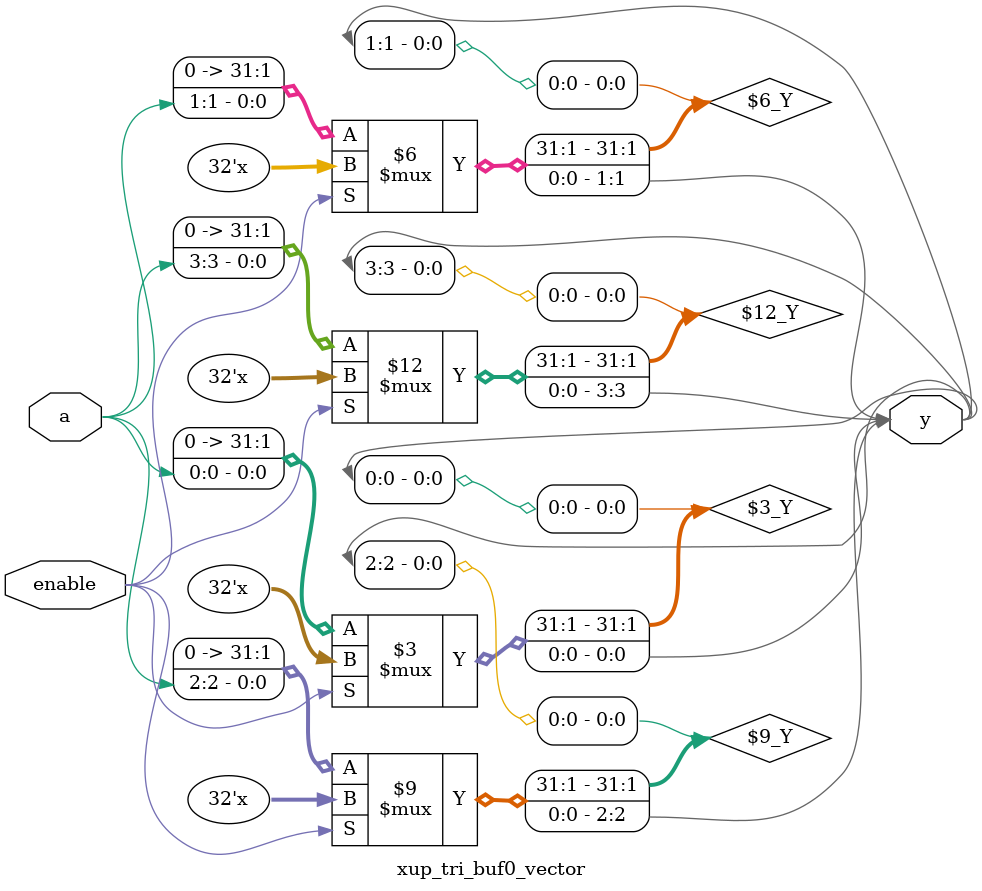
<source format=v>
`timescale 1ns / 1ps
module xup_tri_buf0_vector #(parameter SIZE = 4 , DELAY = 3)(
    input [SIZE-1:0] a,
    input enable,
    output [SIZE-1:0] y
    );

   genvar i;
    generate
       for (i=0; i < SIZE; i=i+1) 
       begin: buf0_i
    		assign #DELAY y[i] = (~enable) ? a[i] : 'bz;
       end
    endgenerate
        
endmodule

</source>
